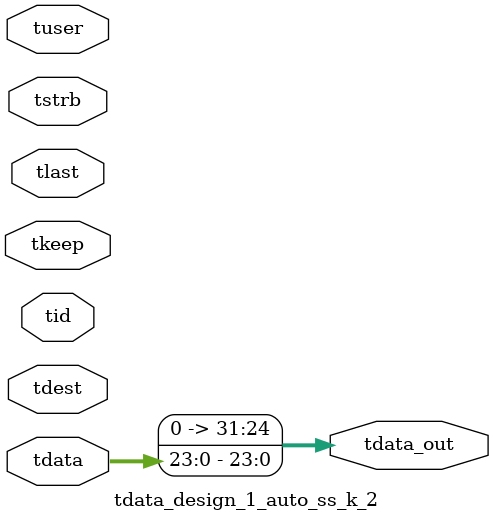
<source format=v>


`timescale 1ps/1ps

module tdata_design_1_auto_ss_k_2 #
(
parameter C_S_AXIS_TDATA_WIDTH = 32,
parameter C_S_AXIS_TUSER_WIDTH = 0,
parameter C_S_AXIS_TID_WIDTH   = 0,
parameter C_S_AXIS_TDEST_WIDTH = 0,
parameter C_M_AXIS_TDATA_WIDTH = 32
)
(
input  [(C_S_AXIS_TDATA_WIDTH == 0 ? 1 : C_S_AXIS_TDATA_WIDTH)-1:0     ] tdata,
input  [(C_S_AXIS_TUSER_WIDTH == 0 ? 1 : C_S_AXIS_TUSER_WIDTH)-1:0     ] tuser,
input  [(C_S_AXIS_TID_WIDTH   == 0 ? 1 : C_S_AXIS_TID_WIDTH)-1:0       ] tid,
input  [(C_S_AXIS_TDEST_WIDTH == 0 ? 1 : C_S_AXIS_TDEST_WIDTH)-1:0     ] tdest,
input  [(C_S_AXIS_TDATA_WIDTH/8)-1:0 ] tkeep,
input  [(C_S_AXIS_TDATA_WIDTH/8)-1:0 ] tstrb,
input                                                                    tlast,
output [C_M_AXIS_TDATA_WIDTH-1:0] tdata_out
);

assign tdata_out = {tdata[23:0]};

endmodule


</source>
